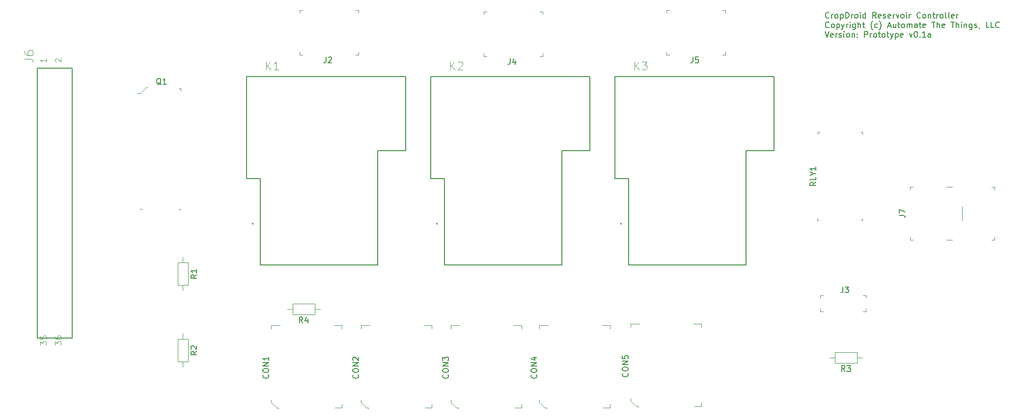
<source format=gbr>
G04 #@! TF.GenerationSoftware,KiCad,Pcbnew,5.1.5-52549c5~84~ubuntu18.04.1*
G04 #@! TF.CreationDate,2020-02-03T02:30:07-05:00*
G04 #@! TF.ProjectId,cropdroid-reservoir,63726f70-6472-46f6-9964-2d7265736572,v1*
G04 #@! TF.SameCoordinates,Original*
G04 #@! TF.FileFunction,Legend,Top*
G04 #@! TF.FilePolarity,Positive*
%FSLAX46Y46*%
G04 Gerber Fmt 4.6, Leading zero omitted, Abs format (unit mm)*
G04 Created by KiCad (PCBNEW 5.1.5-52549c5~84~ubuntu18.04.1) date 2020-02-03 02:30:07*
%MOMM*%
%LPD*%
G04 APERTURE LIST*
%ADD10C,0.150000*%
%ADD11C,0.100000*%
%ADD12C,0.200000*%
%ADD13C,0.152400*%
%ADD14C,0.120000*%
%ADD15C,0.015000*%
G04 APERTURE END LIST*
D10*
X201567023Y-64493142D02*
X201519404Y-64540761D01*
X201376547Y-64588380D01*
X201281309Y-64588380D01*
X201138452Y-64540761D01*
X201043214Y-64445523D01*
X200995595Y-64350285D01*
X200947976Y-64159809D01*
X200947976Y-64016952D01*
X200995595Y-63826476D01*
X201043214Y-63731238D01*
X201138452Y-63636000D01*
X201281309Y-63588380D01*
X201376547Y-63588380D01*
X201519404Y-63636000D01*
X201567023Y-63683619D01*
X201995595Y-64588380D02*
X201995595Y-63921714D01*
X201995595Y-64112190D02*
X202043214Y-64016952D01*
X202090833Y-63969333D01*
X202186071Y-63921714D01*
X202281309Y-63921714D01*
X202757500Y-64588380D02*
X202662261Y-64540761D01*
X202614642Y-64493142D01*
X202567023Y-64397904D01*
X202567023Y-64112190D01*
X202614642Y-64016952D01*
X202662261Y-63969333D01*
X202757500Y-63921714D01*
X202900357Y-63921714D01*
X202995595Y-63969333D01*
X203043214Y-64016952D01*
X203090833Y-64112190D01*
X203090833Y-64397904D01*
X203043214Y-64493142D01*
X202995595Y-64540761D01*
X202900357Y-64588380D01*
X202757500Y-64588380D01*
X203519404Y-63921714D02*
X203519404Y-64921714D01*
X203519404Y-63969333D02*
X203614642Y-63921714D01*
X203805119Y-63921714D01*
X203900357Y-63969333D01*
X203947976Y-64016952D01*
X203995595Y-64112190D01*
X203995595Y-64397904D01*
X203947976Y-64493142D01*
X203900357Y-64540761D01*
X203805119Y-64588380D01*
X203614642Y-64588380D01*
X203519404Y-64540761D01*
X204424166Y-64588380D02*
X204424166Y-63588380D01*
X204662261Y-63588380D01*
X204805119Y-63636000D01*
X204900357Y-63731238D01*
X204947976Y-63826476D01*
X204995595Y-64016952D01*
X204995595Y-64159809D01*
X204947976Y-64350285D01*
X204900357Y-64445523D01*
X204805119Y-64540761D01*
X204662261Y-64588380D01*
X204424166Y-64588380D01*
X205424166Y-64588380D02*
X205424166Y-63921714D01*
X205424166Y-64112190D02*
X205471785Y-64016952D01*
X205519404Y-63969333D01*
X205614642Y-63921714D01*
X205709880Y-63921714D01*
X206186071Y-64588380D02*
X206090833Y-64540761D01*
X206043214Y-64493142D01*
X205995595Y-64397904D01*
X205995595Y-64112190D01*
X206043214Y-64016952D01*
X206090833Y-63969333D01*
X206186071Y-63921714D01*
X206328928Y-63921714D01*
X206424166Y-63969333D01*
X206471785Y-64016952D01*
X206519404Y-64112190D01*
X206519404Y-64397904D01*
X206471785Y-64493142D01*
X206424166Y-64540761D01*
X206328928Y-64588380D01*
X206186071Y-64588380D01*
X206947976Y-64588380D02*
X206947976Y-63921714D01*
X206947976Y-63588380D02*
X206900357Y-63636000D01*
X206947976Y-63683619D01*
X206995595Y-63636000D01*
X206947976Y-63588380D01*
X206947976Y-63683619D01*
X207852738Y-64588380D02*
X207852738Y-63588380D01*
X207852738Y-64540761D02*
X207757500Y-64588380D01*
X207567023Y-64588380D01*
X207471785Y-64540761D01*
X207424166Y-64493142D01*
X207376547Y-64397904D01*
X207376547Y-64112190D01*
X207424166Y-64016952D01*
X207471785Y-63969333D01*
X207567023Y-63921714D01*
X207757500Y-63921714D01*
X207852738Y-63969333D01*
X209662261Y-64588380D02*
X209328928Y-64112190D01*
X209090833Y-64588380D02*
X209090833Y-63588380D01*
X209471785Y-63588380D01*
X209567023Y-63636000D01*
X209614642Y-63683619D01*
X209662261Y-63778857D01*
X209662261Y-63921714D01*
X209614642Y-64016952D01*
X209567023Y-64064571D01*
X209471785Y-64112190D01*
X209090833Y-64112190D01*
X210471785Y-64540761D02*
X210376547Y-64588380D01*
X210186071Y-64588380D01*
X210090833Y-64540761D01*
X210043214Y-64445523D01*
X210043214Y-64064571D01*
X210090833Y-63969333D01*
X210186071Y-63921714D01*
X210376547Y-63921714D01*
X210471785Y-63969333D01*
X210519404Y-64064571D01*
X210519404Y-64159809D01*
X210043214Y-64255047D01*
X210900357Y-64540761D02*
X210995595Y-64588380D01*
X211186071Y-64588380D01*
X211281309Y-64540761D01*
X211328928Y-64445523D01*
X211328928Y-64397904D01*
X211281309Y-64302666D01*
X211186071Y-64255047D01*
X211043214Y-64255047D01*
X210947976Y-64207428D01*
X210900357Y-64112190D01*
X210900357Y-64064571D01*
X210947976Y-63969333D01*
X211043214Y-63921714D01*
X211186071Y-63921714D01*
X211281309Y-63969333D01*
X212138452Y-64540761D02*
X212043214Y-64588380D01*
X211852738Y-64588380D01*
X211757500Y-64540761D01*
X211709880Y-64445523D01*
X211709880Y-64064571D01*
X211757500Y-63969333D01*
X211852738Y-63921714D01*
X212043214Y-63921714D01*
X212138452Y-63969333D01*
X212186071Y-64064571D01*
X212186071Y-64159809D01*
X211709880Y-64255047D01*
X212614642Y-64588380D02*
X212614642Y-63921714D01*
X212614642Y-64112190D02*
X212662261Y-64016952D01*
X212709880Y-63969333D01*
X212805119Y-63921714D01*
X212900357Y-63921714D01*
X213138452Y-63921714D02*
X213376547Y-64588380D01*
X213614642Y-63921714D01*
X214138452Y-64588380D02*
X214043214Y-64540761D01*
X213995595Y-64493142D01*
X213947976Y-64397904D01*
X213947976Y-64112190D01*
X213995595Y-64016952D01*
X214043214Y-63969333D01*
X214138452Y-63921714D01*
X214281309Y-63921714D01*
X214376547Y-63969333D01*
X214424166Y-64016952D01*
X214471785Y-64112190D01*
X214471785Y-64397904D01*
X214424166Y-64493142D01*
X214376547Y-64540761D01*
X214281309Y-64588380D01*
X214138452Y-64588380D01*
X214900357Y-64588380D02*
X214900357Y-63921714D01*
X214900357Y-63588380D02*
X214852738Y-63636000D01*
X214900357Y-63683619D01*
X214947976Y-63636000D01*
X214900357Y-63588380D01*
X214900357Y-63683619D01*
X215376547Y-64588380D02*
X215376547Y-63921714D01*
X215376547Y-64112190D02*
X215424166Y-64016952D01*
X215471785Y-63969333D01*
X215567023Y-63921714D01*
X215662261Y-63921714D01*
X217328928Y-64493142D02*
X217281309Y-64540761D01*
X217138452Y-64588380D01*
X217043214Y-64588380D01*
X216900357Y-64540761D01*
X216805119Y-64445523D01*
X216757500Y-64350285D01*
X216709880Y-64159809D01*
X216709880Y-64016952D01*
X216757500Y-63826476D01*
X216805119Y-63731238D01*
X216900357Y-63636000D01*
X217043214Y-63588380D01*
X217138452Y-63588380D01*
X217281309Y-63636000D01*
X217328928Y-63683619D01*
X217900357Y-64588380D02*
X217805119Y-64540761D01*
X217757500Y-64493142D01*
X217709880Y-64397904D01*
X217709880Y-64112190D01*
X217757500Y-64016952D01*
X217805119Y-63969333D01*
X217900357Y-63921714D01*
X218043214Y-63921714D01*
X218138452Y-63969333D01*
X218186071Y-64016952D01*
X218233690Y-64112190D01*
X218233690Y-64397904D01*
X218186071Y-64493142D01*
X218138452Y-64540761D01*
X218043214Y-64588380D01*
X217900357Y-64588380D01*
X218662261Y-63921714D02*
X218662261Y-64588380D01*
X218662261Y-64016952D02*
X218709880Y-63969333D01*
X218805119Y-63921714D01*
X218947976Y-63921714D01*
X219043214Y-63969333D01*
X219090833Y-64064571D01*
X219090833Y-64588380D01*
X219424166Y-63921714D02*
X219805119Y-63921714D01*
X219567023Y-63588380D02*
X219567023Y-64445523D01*
X219614642Y-64540761D01*
X219709880Y-64588380D01*
X219805119Y-64588380D01*
X220138452Y-64588380D02*
X220138452Y-63921714D01*
X220138452Y-64112190D02*
X220186071Y-64016952D01*
X220233690Y-63969333D01*
X220328928Y-63921714D01*
X220424166Y-63921714D01*
X220900357Y-64588380D02*
X220805119Y-64540761D01*
X220757500Y-64493142D01*
X220709880Y-64397904D01*
X220709880Y-64112190D01*
X220757500Y-64016952D01*
X220805119Y-63969333D01*
X220900357Y-63921714D01*
X221043214Y-63921714D01*
X221138452Y-63969333D01*
X221186071Y-64016952D01*
X221233690Y-64112190D01*
X221233690Y-64397904D01*
X221186071Y-64493142D01*
X221138452Y-64540761D01*
X221043214Y-64588380D01*
X220900357Y-64588380D01*
X221805119Y-64588380D02*
X221709880Y-64540761D01*
X221662261Y-64445523D01*
X221662261Y-63588380D01*
X222328928Y-64588380D02*
X222233690Y-64540761D01*
X222186071Y-64445523D01*
X222186071Y-63588380D01*
X223090833Y-64540761D02*
X222995595Y-64588380D01*
X222805119Y-64588380D01*
X222709880Y-64540761D01*
X222662261Y-64445523D01*
X222662261Y-64064571D01*
X222709880Y-63969333D01*
X222805119Y-63921714D01*
X222995595Y-63921714D01*
X223090833Y-63969333D01*
X223138452Y-64064571D01*
X223138452Y-64159809D01*
X222662261Y-64255047D01*
X223567023Y-64588380D02*
X223567023Y-63921714D01*
X223567023Y-64112190D02*
X223614642Y-64016952D01*
X223662261Y-63969333D01*
X223757500Y-63921714D01*
X223852738Y-63921714D01*
X201567023Y-66143142D02*
X201519404Y-66190761D01*
X201376547Y-66238380D01*
X201281309Y-66238380D01*
X201138452Y-66190761D01*
X201043214Y-66095523D01*
X200995595Y-66000285D01*
X200947976Y-65809809D01*
X200947976Y-65666952D01*
X200995595Y-65476476D01*
X201043214Y-65381238D01*
X201138452Y-65286000D01*
X201281309Y-65238380D01*
X201376547Y-65238380D01*
X201519404Y-65286000D01*
X201567023Y-65333619D01*
X202138452Y-66238380D02*
X202043214Y-66190761D01*
X201995595Y-66143142D01*
X201947976Y-66047904D01*
X201947976Y-65762190D01*
X201995595Y-65666952D01*
X202043214Y-65619333D01*
X202138452Y-65571714D01*
X202281309Y-65571714D01*
X202376547Y-65619333D01*
X202424166Y-65666952D01*
X202471785Y-65762190D01*
X202471785Y-66047904D01*
X202424166Y-66143142D01*
X202376547Y-66190761D01*
X202281309Y-66238380D01*
X202138452Y-66238380D01*
X202900357Y-65571714D02*
X202900357Y-66571714D01*
X202900357Y-65619333D02*
X202995595Y-65571714D01*
X203186071Y-65571714D01*
X203281309Y-65619333D01*
X203328928Y-65666952D01*
X203376547Y-65762190D01*
X203376547Y-66047904D01*
X203328928Y-66143142D01*
X203281309Y-66190761D01*
X203186071Y-66238380D01*
X202995595Y-66238380D01*
X202900357Y-66190761D01*
X203709880Y-65571714D02*
X203947976Y-66238380D01*
X204186071Y-65571714D02*
X203947976Y-66238380D01*
X203852738Y-66476476D01*
X203805119Y-66524095D01*
X203709880Y-66571714D01*
X204567023Y-66238380D02*
X204567023Y-65571714D01*
X204567023Y-65762190D02*
X204614642Y-65666952D01*
X204662261Y-65619333D01*
X204757500Y-65571714D01*
X204852738Y-65571714D01*
X205186071Y-66238380D02*
X205186071Y-65571714D01*
X205186071Y-65238380D02*
X205138452Y-65286000D01*
X205186071Y-65333619D01*
X205233690Y-65286000D01*
X205186071Y-65238380D01*
X205186071Y-65333619D01*
X206090833Y-65571714D02*
X206090833Y-66381238D01*
X206043214Y-66476476D01*
X205995595Y-66524095D01*
X205900357Y-66571714D01*
X205757500Y-66571714D01*
X205662261Y-66524095D01*
X206090833Y-66190761D02*
X205995595Y-66238380D01*
X205805119Y-66238380D01*
X205709880Y-66190761D01*
X205662261Y-66143142D01*
X205614642Y-66047904D01*
X205614642Y-65762190D01*
X205662261Y-65666952D01*
X205709880Y-65619333D01*
X205805119Y-65571714D01*
X205995595Y-65571714D01*
X206090833Y-65619333D01*
X206567023Y-66238380D02*
X206567023Y-65238380D01*
X206995595Y-66238380D02*
X206995595Y-65714571D01*
X206947976Y-65619333D01*
X206852738Y-65571714D01*
X206709880Y-65571714D01*
X206614642Y-65619333D01*
X206567023Y-65666952D01*
X207328928Y-65571714D02*
X207709880Y-65571714D01*
X207471785Y-65238380D02*
X207471785Y-66095523D01*
X207519404Y-66190761D01*
X207614642Y-66238380D01*
X207709880Y-66238380D01*
X209090833Y-66619333D02*
X209043214Y-66571714D01*
X208947976Y-66428857D01*
X208900357Y-66333619D01*
X208852738Y-66190761D01*
X208805119Y-65952666D01*
X208805119Y-65762190D01*
X208852738Y-65524095D01*
X208900357Y-65381238D01*
X208947976Y-65286000D01*
X209043214Y-65143142D01*
X209090833Y-65095523D01*
X209900357Y-66190761D02*
X209805119Y-66238380D01*
X209614642Y-66238380D01*
X209519404Y-66190761D01*
X209471785Y-66143142D01*
X209424166Y-66047904D01*
X209424166Y-65762190D01*
X209471785Y-65666952D01*
X209519404Y-65619333D01*
X209614642Y-65571714D01*
X209805119Y-65571714D01*
X209900357Y-65619333D01*
X210233690Y-66619333D02*
X210281309Y-66571714D01*
X210376547Y-66428857D01*
X210424166Y-66333619D01*
X210471785Y-66190761D01*
X210519404Y-65952666D01*
X210519404Y-65762190D01*
X210471785Y-65524095D01*
X210424166Y-65381238D01*
X210376547Y-65286000D01*
X210281309Y-65143142D01*
X210233690Y-65095523D01*
X211709880Y-65952666D02*
X212186071Y-65952666D01*
X211614642Y-66238380D02*
X211947976Y-65238380D01*
X212281309Y-66238380D01*
X213043214Y-65571714D02*
X213043214Y-66238380D01*
X212614642Y-65571714D02*
X212614642Y-66095523D01*
X212662261Y-66190761D01*
X212757500Y-66238380D01*
X212900357Y-66238380D01*
X212995595Y-66190761D01*
X213043214Y-66143142D01*
X213376547Y-65571714D02*
X213757500Y-65571714D01*
X213519404Y-65238380D02*
X213519404Y-66095523D01*
X213567023Y-66190761D01*
X213662261Y-66238380D01*
X213757500Y-66238380D01*
X214233690Y-66238380D02*
X214138452Y-66190761D01*
X214090833Y-66143142D01*
X214043214Y-66047904D01*
X214043214Y-65762190D01*
X214090833Y-65666952D01*
X214138452Y-65619333D01*
X214233690Y-65571714D01*
X214376547Y-65571714D01*
X214471785Y-65619333D01*
X214519404Y-65666952D01*
X214567023Y-65762190D01*
X214567023Y-66047904D01*
X214519404Y-66143142D01*
X214471785Y-66190761D01*
X214376547Y-66238380D01*
X214233690Y-66238380D01*
X214995595Y-66238380D02*
X214995595Y-65571714D01*
X214995595Y-65666952D02*
X215043214Y-65619333D01*
X215138452Y-65571714D01*
X215281309Y-65571714D01*
X215376547Y-65619333D01*
X215424166Y-65714571D01*
X215424166Y-66238380D01*
X215424166Y-65714571D02*
X215471785Y-65619333D01*
X215567023Y-65571714D01*
X215709880Y-65571714D01*
X215805119Y-65619333D01*
X215852738Y-65714571D01*
X215852738Y-66238380D01*
X216757500Y-66238380D02*
X216757500Y-65714571D01*
X216709880Y-65619333D01*
X216614642Y-65571714D01*
X216424166Y-65571714D01*
X216328928Y-65619333D01*
X216757500Y-66190761D02*
X216662261Y-66238380D01*
X216424166Y-66238380D01*
X216328928Y-66190761D01*
X216281309Y-66095523D01*
X216281309Y-66000285D01*
X216328928Y-65905047D01*
X216424166Y-65857428D01*
X216662261Y-65857428D01*
X216757500Y-65809809D01*
X217090833Y-65571714D02*
X217471785Y-65571714D01*
X217233690Y-65238380D02*
X217233690Y-66095523D01*
X217281309Y-66190761D01*
X217376547Y-66238380D01*
X217471785Y-66238380D01*
X218186071Y-66190761D02*
X218090833Y-66238380D01*
X217900357Y-66238380D01*
X217805119Y-66190761D01*
X217757500Y-66095523D01*
X217757500Y-65714571D01*
X217805119Y-65619333D01*
X217900357Y-65571714D01*
X218090833Y-65571714D01*
X218186071Y-65619333D01*
X218233690Y-65714571D01*
X218233690Y-65809809D01*
X217757500Y-65905047D01*
X219281309Y-65238380D02*
X219852738Y-65238380D01*
X219567023Y-66238380D02*
X219567023Y-65238380D01*
X220186071Y-66238380D02*
X220186071Y-65238380D01*
X220614642Y-66238380D02*
X220614642Y-65714571D01*
X220567023Y-65619333D01*
X220471785Y-65571714D01*
X220328928Y-65571714D01*
X220233690Y-65619333D01*
X220186071Y-65666952D01*
X221471785Y-66190761D02*
X221376547Y-66238380D01*
X221186071Y-66238380D01*
X221090833Y-66190761D01*
X221043214Y-66095523D01*
X221043214Y-65714571D01*
X221090833Y-65619333D01*
X221186071Y-65571714D01*
X221376547Y-65571714D01*
X221471785Y-65619333D01*
X221519404Y-65714571D01*
X221519404Y-65809809D01*
X221043214Y-65905047D01*
X222567023Y-65238380D02*
X223138452Y-65238380D01*
X222852738Y-66238380D02*
X222852738Y-65238380D01*
X223471785Y-66238380D02*
X223471785Y-65238380D01*
X223900357Y-66238380D02*
X223900357Y-65714571D01*
X223852738Y-65619333D01*
X223757500Y-65571714D01*
X223614642Y-65571714D01*
X223519404Y-65619333D01*
X223471785Y-65666952D01*
X224376547Y-66238380D02*
X224376547Y-65571714D01*
X224376547Y-65238380D02*
X224328928Y-65286000D01*
X224376547Y-65333619D01*
X224424166Y-65286000D01*
X224376547Y-65238380D01*
X224376547Y-65333619D01*
X224852738Y-65571714D02*
X224852738Y-66238380D01*
X224852738Y-65666952D02*
X224900357Y-65619333D01*
X224995595Y-65571714D01*
X225138452Y-65571714D01*
X225233690Y-65619333D01*
X225281309Y-65714571D01*
X225281309Y-66238380D01*
X226186071Y-65571714D02*
X226186071Y-66381238D01*
X226138452Y-66476476D01*
X226090833Y-66524095D01*
X225995595Y-66571714D01*
X225852738Y-66571714D01*
X225757500Y-66524095D01*
X226186071Y-66190761D02*
X226090833Y-66238380D01*
X225900357Y-66238380D01*
X225805119Y-66190761D01*
X225757500Y-66143142D01*
X225709880Y-66047904D01*
X225709880Y-65762190D01*
X225757500Y-65666952D01*
X225805119Y-65619333D01*
X225900357Y-65571714D01*
X226090833Y-65571714D01*
X226186071Y-65619333D01*
X226614642Y-66190761D02*
X226709880Y-66238380D01*
X226900357Y-66238380D01*
X226995595Y-66190761D01*
X227043214Y-66095523D01*
X227043214Y-66047904D01*
X226995595Y-65952666D01*
X226900357Y-65905047D01*
X226757500Y-65905047D01*
X226662261Y-65857428D01*
X226614642Y-65762190D01*
X226614642Y-65714571D01*
X226662261Y-65619333D01*
X226757500Y-65571714D01*
X226900357Y-65571714D01*
X226995595Y-65619333D01*
X227519404Y-66190761D02*
X227519404Y-66238380D01*
X227471785Y-66333619D01*
X227424166Y-66381238D01*
X229186071Y-66238380D02*
X228709880Y-66238380D01*
X228709880Y-65238380D01*
X229995595Y-66238380D02*
X229519404Y-66238380D01*
X229519404Y-65238380D01*
X230900357Y-66143142D02*
X230852738Y-66190761D01*
X230709880Y-66238380D01*
X230614642Y-66238380D01*
X230471785Y-66190761D01*
X230376547Y-66095523D01*
X230328928Y-66000285D01*
X230281309Y-65809809D01*
X230281309Y-65666952D01*
X230328928Y-65476476D01*
X230376547Y-65381238D01*
X230471785Y-65286000D01*
X230614642Y-65238380D01*
X230709880Y-65238380D01*
X230852738Y-65286000D01*
X230900357Y-65333619D01*
X200852738Y-66888380D02*
X201186071Y-67888380D01*
X201519404Y-66888380D01*
X202233690Y-67840761D02*
X202138452Y-67888380D01*
X201947976Y-67888380D01*
X201852738Y-67840761D01*
X201805119Y-67745523D01*
X201805119Y-67364571D01*
X201852738Y-67269333D01*
X201947976Y-67221714D01*
X202138452Y-67221714D01*
X202233690Y-67269333D01*
X202281309Y-67364571D01*
X202281309Y-67459809D01*
X201805119Y-67555047D01*
X202709880Y-67888380D02*
X202709880Y-67221714D01*
X202709880Y-67412190D02*
X202757500Y-67316952D01*
X202805119Y-67269333D01*
X202900357Y-67221714D01*
X202995595Y-67221714D01*
X203281309Y-67840761D02*
X203376547Y-67888380D01*
X203567023Y-67888380D01*
X203662261Y-67840761D01*
X203709880Y-67745523D01*
X203709880Y-67697904D01*
X203662261Y-67602666D01*
X203567023Y-67555047D01*
X203424166Y-67555047D01*
X203328928Y-67507428D01*
X203281309Y-67412190D01*
X203281309Y-67364571D01*
X203328928Y-67269333D01*
X203424166Y-67221714D01*
X203567023Y-67221714D01*
X203662261Y-67269333D01*
X204138452Y-67888380D02*
X204138452Y-67221714D01*
X204138452Y-66888380D02*
X204090833Y-66936000D01*
X204138452Y-66983619D01*
X204186071Y-66936000D01*
X204138452Y-66888380D01*
X204138452Y-66983619D01*
X204757500Y-67888380D02*
X204662261Y-67840761D01*
X204614642Y-67793142D01*
X204567023Y-67697904D01*
X204567023Y-67412190D01*
X204614642Y-67316952D01*
X204662261Y-67269333D01*
X204757500Y-67221714D01*
X204900357Y-67221714D01*
X204995595Y-67269333D01*
X205043214Y-67316952D01*
X205090833Y-67412190D01*
X205090833Y-67697904D01*
X205043214Y-67793142D01*
X204995595Y-67840761D01*
X204900357Y-67888380D01*
X204757500Y-67888380D01*
X205519404Y-67221714D02*
X205519404Y-67888380D01*
X205519404Y-67316952D02*
X205567023Y-67269333D01*
X205662261Y-67221714D01*
X205805119Y-67221714D01*
X205900357Y-67269333D01*
X205947976Y-67364571D01*
X205947976Y-67888380D01*
X206424166Y-67793142D02*
X206471785Y-67840761D01*
X206424166Y-67888380D01*
X206376547Y-67840761D01*
X206424166Y-67793142D01*
X206424166Y-67888380D01*
X206424166Y-67269333D02*
X206471785Y-67316952D01*
X206424166Y-67364571D01*
X206376547Y-67316952D01*
X206424166Y-67269333D01*
X206424166Y-67364571D01*
X207662261Y-67888380D02*
X207662261Y-66888380D01*
X208043214Y-66888380D01*
X208138452Y-66936000D01*
X208186071Y-66983619D01*
X208233690Y-67078857D01*
X208233690Y-67221714D01*
X208186071Y-67316952D01*
X208138452Y-67364571D01*
X208043214Y-67412190D01*
X207662261Y-67412190D01*
X208662261Y-67888380D02*
X208662261Y-67221714D01*
X208662261Y-67412190D02*
X208709880Y-67316952D01*
X208757500Y-67269333D01*
X208852738Y-67221714D01*
X208947976Y-67221714D01*
X209424166Y-67888380D02*
X209328928Y-67840761D01*
X209281309Y-67793142D01*
X209233690Y-67697904D01*
X209233690Y-67412190D01*
X209281309Y-67316952D01*
X209328928Y-67269333D01*
X209424166Y-67221714D01*
X209567023Y-67221714D01*
X209662261Y-67269333D01*
X209709880Y-67316952D01*
X209757500Y-67412190D01*
X209757500Y-67697904D01*
X209709880Y-67793142D01*
X209662261Y-67840761D01*
X209567023Y-67888380D01*
X209424166Y-67888380D01*
X210043214Y-67221714D02*
X210424166Y-67221714D01*
X210186071Y-66888380D02*
X210186071Y-67745523D01*
X210233690Y-67840761D01*
X210328928Y-67888380D01*
X210424166Y-67888380D01*
X210900357Y-67888380D02*
X210805119Y-67840761D01*
X210757500Y-67793142D01*
X210709880Y-67697904D01*
X210709880Y-67412190D01*
X210757500Y-67316952D01*
X210805119Y-67269333D01*
X210900357Y-67221714D01*
X211043214Y-67221714D01*
X211138452Y-67269333D01*
X211186071Y-67316952D01*
X211233690Y-67412190D01*
X211233690Y-67697904D01*
X211186071Y-67793142D01*
X211138452Y-67840761D01*
X211043214Y-67888380D01*
X210900357Y-67888380D01*
X211519404Y-67221714D02*
X211900357Y-67221714D01*
X211662261Y-66888380D02*
X211662261Y-67745523D01*
X211709880Y-67840761D01*
X211805119Y-67888380D01*
X211900357Y-67888380D01*
X212138452Y-67221714D02*
X212376547Y-67888380D01*
X212614642Y-67221714D02*
X212376547Y-67888380D01*
X212281309Y-68126476D01*
X212233690Y-68174095D01*
X212138452Y-68221714D01*
X212995595Y-67221714D02*
X212995595Y-68221714D01*
X212995595Y-67269333D02*
X213090833Y-67221714D01*
X213281309Y-67221714D01*
X213376547Y-67269333D01*
X213424166Y-67316952D01*
X213471785Y-67412190D01*
X213471785Y-67697904D01*
X213424166Y-67793142D01*
X213376547Y-67840761D01*
X213281309Y-67888380D01*
X213090833Y-67888380D01*
X212995595Y-67840761D01*
X214281309Y-67840761D02*
X214186071Y-67888380D01*
X213995595Y-67888380D01*
X213900357Y-67840761D01*
X213852738Y-67745523D01*
X213852738Y-67364571D01*
X213900357Y-67269333D01*
X213995595Y-67221714D01*
X214186071Y-67221714D01*
X214281309Y-67269333D01*
X214328928Y-67364571D01*
X214328928Y-67459809D01*
X213852738Y-67555047D01*
X215424166Y-67221714D02*
X215662261Y-67888380D01*
X215900357Y-67221714D01*
X216471785Y-66888380D02*
X216567023Y-66888380D01*
X216662261Y-66936000D01*
X216709880Y-66983619D01*
X216757500Y-67078857D01*
X216805119Y-67269333D01*
X216805119Y-67507428D01*
X216757500Y-67697904D01*
X216709880Y-67793142D01*
X216662261Y-67840761D01*
X216567023Y-67888380D01*
X216471785Y-67888380D01*
X216376547Y-67840761D01*
X216328928Y-67793142D01*
X216281309Y-67697904D01*
X216233690Y-67507428D01*
X216233690Y-67269333D01*
X216281309Y-67078857D01*
X216328928Y-66983619D01*
X216376547Y-66936000D01*
X216471785Y-66888380D01*
X217233690Y-67793142D02*
X217281309Y-67840761D01*
X217233690Y-67888380D01*
X217186071Y-67840761D01*
X217233690Y-67793142D01*
X217233690Y-67888380D01*
X218233690Y-67888380D02*
X217662261Y-67888380D01*
X217947976Y-67888380D02*
X217947976Y-66888380D01*
X217852738Y-67031238D01*
X217757500Y-67126476D01*
X217662261Y-67174095D01*
X219090833Y-67888380D02*
X219090833Y-67364571D01*
X219043214Y-67269333D01*
X218947976Y-67221714D01*
X218757500Y-67221714D01*
X218662261Y-67269333D01*
X219090833Y-67840761D02*
X218995595Y-67888380D01*
X218757500Y-67888380D01*
X218662261Y-67840761D01*
X218614642Y-67745523D01*
X218614642Y-67650285D01*
X218662261Y-67555047D01*
X218757500Y-67507428D01*
X218995595Y-67507428D01*
X219090833Y-67459809D01*
D11*
X110256000Y-63206000D02*
X110756000Y-63206000D01*
X110256000Y-63206000D02*
X110256000Y-63706000D01*
X120456000Y-63206000D02*
X120456000Y-63706000D01*
X120456000Y-63206000D02*
X119956000Y-63206000D01*
X120456000Y-70906000D02*
X119956000Y-70906000D01*
X120456000Y-70906000D02*
X120456000Y-70456000D01*
X110256000Y-70906000D02*
X110256000Y-70456000D01*
X110256000Y-70906000D02*
X110756000Y-70906000D01*
X117606000Y-131196000D02*
X117606000Y-131796000D01*
X117606000Y-131796000D02*
X116406000Y-131796000D01*
X117606000Y-118196000D02*
X117606000Y-117596000D01*
X117606000Y-117596000D02*
X116206000Y-117596000D01*
X105406000Y-118196000D02*
X105406000Y-117596000D01*
X105406000Y-117596000D02*
X106906000Y-117596000D01*
X105406000Y-130496000D02*
X105406000Y-130896000D01*
X105406000Y-130896000D02*
X106306000Y-131796000D01*
X106306000Y-131796000D02*
X106606000Y-131796000D01*
X106606000Y-131796000D02*
X106606000Y-131996000D01*
X122100000Y-131796000D02*
X122100000Y-131996000D01*
X121800000Y-131796000D02*
X122100000Y-131796000D01*
X120900000Y-130896000D02*
X121800000Y-131796000D01*
X120900000Y-130496000D02*
X120900000Y-130896000D01*
X120900000Y-117596000D02*
X122400000Y-117596000D01*
X120900000Y-118196000D02*
X120900000Y-117596000D01*
X133100000Y-117596000D02*
X131700000Y-117596000D01*
X133100000Y-118196000D02*
X133100000Y-117596000D01*
X133100000Y-131796000D02*
X131900000Y-131796000D01*
X133100000Y-131196000D02*
X133100000Y-131796000D01*
X148594000Y-131196000D02*
X148594000Y-131796000D01*
X148594000Y-131796000D02*
X147394000Y-131796000D01*
X148594000Y-118196000D02*
X148594000Y-117596000D01*
X148594000Y-117596000D02*
X147194000Y-117596000D01*
X136394000Y-118196000D02*
X136394000Y-117596000D01*
X136394000Y-117596000D02*
X137894000Y-117596000D01*
X136394000Y-130496000D02*
X136394000Y-130896000D01*
X136394000Y-130896000D02*
X137294000Y-131796000D01*
X137294000Y-131796000D02*
X137594000Y-131796000D01*
X137594000Y-131796000D02*
X137594000Y-131996000D01*
X163834000Y-131196000D02*
X163834000Y-131796000D01*
X163834000Y-131796000D02*
X162634000Y-131796000D01*
X163834000Y-118196000D02*
X163834000Y-117596000D01*
X163834000Y-117596000D02*
X162434000Y-117596000D01*
X151634000Y-118196000D02*
X151634000Y-117596000D01*
X151634000Y-117596000D02*
X153134000Y-117596000D01*
X151634000Y-130496000D02*
X151634000Y-130896000D01*
X151634000Y-130896000D02*
X152534000Y-131796000D01*
X152534000Y-131796000D02*
X152834000Y-131796000D01*
X152834000Y-131796000D02*
X152834000Y-131996000D01*
X168582000Y-131542000D02*
X168582000Y-131742000D01*
X168282000Y-131542000D02*
X168582000Y-131542000D01*
X167382000Y-130642000D02*
X168282000Y-131542000D01*
X167382000Y-130242000D02*
X167382000Y-130642000D01*
X167382000Y-117342000D02*
X168882000Y-117342000D01*
X167382000Y-117942000D02*
X167382000Y-117342000D01*
X179582000Y-117342000D02*
X178182000Y-117342000D01*
X179582000Y-117942000D02*
X179582000Y-117342000D01*
X179582000Y-131542000D02*
X178382000Y-131542000D01*
X179582000Y-130942000D02*
X179582000Y-131542000D01*
X207922000Y-115192000D02*
X207922000Y-114692000D01*
X207922000Y-115192000D02*
X207422000Y-115192000D01*
X200022000Y-115192000D02*
X200522000Y-115192000D01*
X200022000Y-115192000D02*
X200022000Y-114692000D01*
X200022000Y-112392000D02*
X200022000Y-112892000D01*
X200022000Y-112392000D02*
X200522000Y-112392000D01*
X207922000Y-112392000D02*
X207922000Y-112892000D01*
X207922000Y-112392000D02*
X207422000Y-112392000D01*
X142006000Y-71160000D02*
X142506000Y-71160000D01*
X142006000Y-71160000D02*
X142006000Y-70710000D01*
X152206000Y-71160000D02*
X152206000Y-70710000D01*
X152206000Y-71160000D02*
X151706000Y-71160000D01*
X152206000Y-63460000D02*
X151706000Y-63460000D01*
X152206000Y-63460000D02*
X152206000Y-63960000D01*
X142006000Y-63460000D02*
X142006000Y-63960000D01*
X142006000Y-63460000D02*
X142506000Y-63460000D01*
X173502000Y-63206000D02*
X174002000Y-63206000D01*
X173502000Y-63206000D02*
X173502000Y-63706000D01*
X183702000Y-63206000D02*
X183702000Y-63706000D01*
X183702000Y-63206000D02*
X183202000Y-63206000D01*
X183702000Y-70906000D02*
X183202000Y-70906000D01*
X183702000Y-70906000D02*
X183702000Y-70456000D01*
X173502000Y-70906000D02*
X173502000Y-70456000D01*
X173502000Y-70906000D02*
X174002000Y-70906000D01*
D12*
X71062010Y-73210000D02*
X65081990Y-73210000D01*
X65081990Y-73210000D02*
X65081990Y-119830000D01*
X65081990Y-119830000D02*
X71062010Y-119830000D01*
X71062010Y-119830000D02*
X71062010Y-73210000D01*
D11*
X222814000Y-93698000D02*
X221814000Y-93698000D01*
X222814000Y-102898000D02*
X221814000Y-102898000D01*
X215514000Y-93698000D02*
X216014000Y-93698000D01*
X215514000Y-93698000D02*
X215514000Y-94198000D01*
X215514000Y-102898000D02*
X215514000Y-102398000D01*
X215514000Y-102898000D02*
X216014000Y-102898000D01*
X224514000Y-99498000D02*
X224514000Y-97098000D01*
X230114000Y-102898000D02*
X229614000Y-102898000D01*
X230114000Y-102898000D02*
X230114000Y-102398000D01*
X230114000Y-93698000D02*
X229614000Y-93698000D01*
X230114000Y-93698000D02*
X230114000Y-94198000D01*
D13*
X101140000Y-74676000D02*
X101140000Y-92276000D01*
X101140000Y-92276000D02*
X103500000Y-92276000D01*
X103500000Y-92276000D02*
X103500000Y-107186000D01*
X103500000Y-107186000D02*
X123790000Y-107186000D01*
X123790000Y-107186000D02*
X123790000Y-87476000D01*
X123790000Y-87476000D02*
X128570000Y-87476000D01*
X128570000Y-87476000D02*
X128570000Y-74676000D01*
X128570000Y-74676000D02*
X101140000Y-74676000D01*
D12*
X102320000Y-100076000D02*
G75*
G03X102320000Y-100076000I-100000J0D01*
G01*
X134070000Y-100076000D02*
G75*
G03X134070000Y-100076000I-100000J0D01*
G01*
D13*
X160320000Y-74676000D02*
X132890000Y-74676000D01*
X160320000Y-87476000D02*
X160320000Y-74676000D01*
X155540000Y-87476000D02*
X160320000Y-87476000D01*
X155540000Y-107186000D02*
X155540000Y-87476000D01*
X135250000Y-107186000D02*
X155540000Y-107186000D01*
X135250000Y-92276000D02*
X135250000Y-107186000D01*
X132890000Y-92276000D02*
X135250000Y-92276000D01*
X132890000Y-74676000D02*
X132890000Y-92276000D01*
X164640000Y-74676000D02*
X164640000Y-92276000D01*
X164640000Y-92276000D02*
X167000000Y-92276000D01*
X167000000Y-92276000D02*
X167000000Y-107186000D01*
X167000000Y-107186000D02*
X187290000Y-107186000D01*
X187290000Y-107186000D02*
X187290000Y-87476000D01*
X187290000Y-87476000D02*
X192070000Y-87476000D01*
X192070000Y-87476000D02*
X192070000Y-74676000D01*
X192070000Y-74676000D02*
X164640000Y-74676000D01*
D12*
X165820000Y-100076000D02*
G75*
G03X165820000Y-100076000I-100000J0D01*
G01*
D11*
X82850000Y-97440000D02*
X82850000Y-97640000D01*
X82850000Y-97640000D02*
X83150000Y-97640000D01*
X89450000Y-97640000D02*
X89750000Y-97640000D01*
X89750000Y-97640000D02*
X89750000Y-97440000D01*
X82470000Y-77540000D02*
X82220000Y-77540000D01*
X82850000Y-77540000D02*
X82480000Y-77540000D01*
X84150000Y-76540000D02*
X83850000Y-76540000D01*
X83850000Y-76540000D02*
X82850000Y-77540000D01*
X89830000Y-77130000D02*
X89830000Y-76730000D01*
X89830000Y-76730000D02*
X89430000Y-76730000D01*
D14*
X90170000Y-111582000D02*
X90170000Y-110632000D01*
X90170000Y-105842000D02*
X90170000Y-106792000D01*
X91090000Y-110632000D02*
X91090000Y-106792000D01*
X89250000Y-110632000D02*
X91090000Y-110632000D01*
X89250000Y-106792000D02*
X89250000Y-110632000D01*
X91090000Y-106792000D02*
X89250000Y-106792000D01*
X91090000Y-120000000D02*
X89250000Y-120000000D01*
X89250000Y-120000000D02*
X89250000Y-123840000D01*
X89250000Y-123840000D02*
X91090000Y-123840000D01*
X91090000Y-123840000D02*
X91090000Y-120000000D01*
X90170000Y-119050000D02*
X90170000Y-120000000D01*
X90170000Y-124790000D02*
X90170000Y-123840000D01*
X201600000Y-123190000D02*
X202550000Y-123190000D01*
X207340000Y-123190000D02*
X206390000Y-123190000D01*
X202550000Y-124110000D02*
X206390000Y-124110000D01*
X202550000Y-122270000D02*
X202550000Y-124110000D01*
X206390000Y-122270000D02*
X202550000Y-122270000D01*
X206390000Y-124110000D02*
X206390000Y-122270000D01*
X112918000Y-115728000D02*
X112918000Y-113888000D01*
X112918000Y-113888000D02*
X109078000Y-113888000D01*
X109078000Y-113888000D02*
X109078000Y-115728000D01*
X109078000Y-115728000D02*
X112918000Y-115728000D01*
X113868000Y-114808000D02*
X112918000Y-114808000D01*
X108128000Y-114808000D02*
X109078000Y-114808000D01*
D11*
X199564000Y-99148000D02*
X199564000Y-99473000D01*
X199564000Y-99473000D02*
X199814000Y-99473000D01*
X207314000Y-99148000D02*
X207314000Y-99473000D01*
X207314000Y-99473000D02*
X207039000Y-99473000D01*
X206939000Y-84223000D02*
X207339000Y-84223000D01*
X207339000Y-84223000D02*
X207339000Y-84648000D01*
X199589000Y-84598000D02*
X199589000Y-84223000D01*
X199589000Y-84223000D02*
X199939000Y-84223000D01*
D10*
X114822666Y-71308380D02*
X114822666Y-72022666D01*
X114775047Y-72165523D01*
X114679809Y-72260761D01*
X114536952Y-72308380D01*
X114441714Y-72308380D01*
X115251238Y-71403619D02*
X115298857Y-71356000D01*
X115394095Y-71308380D01*
X115632190Y-71308380D01*
X115727428Y-71356000D01*
X115775047Y-71403619D01*
X115822666Y-71498857D01*
X115822666Y-71594095D01*
X115775047Y-71736952D01*
X115203619Y-72308380D01*
X115822666Y-72308380D01*
X104863142Y-126110285D02*
X104910761Y-126157904D01*
X104958380Y-126300761D01*
X104958380Y-126396000D01*
X104910761Y-126538857D01*
X104815523Y-126634095D01*
X104720285Y-126681714D01*
X104529809Y-126729333D01*
X104386952Y-126729333D01*
X104196476Y-126681714D01*
X104101238Y-126634095D01*
X104006000Y-126538857D01*
X103958380Y-126396000D01*
X103958380Y-126300761D01*
X104006000Y-126157904D01*
X104053619Y-126110285D01*
X103958380Y-125491238D02*
X103958380Y-125300761D01*
X104006000Y-125205523D01*
X104101238Y-125110285D01*
X104291714Y-125062666D01*
X104625047Y-125062666D01*
X104815523Y-125110285D01*
X104910761Y-125205523D01*
X104958380Y-125300761D01*
X104958380Y-125491238D01*
X104910761Y-125586476D01*
X104815523Y-125681714D01*
X104625047Y-125729333D01*
X104291714Y-125729333D01*
X104101238Y-125681714D01*
X104006000Y-125586476D01*
X103958380Y-125491238D01*
X104958380Y-124634095D02*
X103958380Y-124634095D01*
X104958380Y-124062666D01*
X103958380Y-124062666D01*
X104958380Y-123062666D02*
X104958380Y-123634095D01*
X104958380Y-123348380D02*
X103958380Y-123348380D01*
X104101238Y-123443619D01*
X104196476Y-123538857D01*
X104244095Y-123634095D01*
X120357142Y-126110285D02*
X120404761Y-126157904D01*
X120452380Y-126300761D01*
X120452380Y-126396000D01*
X120404761Y-126538857D01*
X120309523Y-126634095D01*
X120214285Y-126681714D01*
X120023809Y-126729333D01*
X119880952Y-126729333D01*
X119690476Y-126681714D01*
X119595238Y-126634095D01*
X119500000Y-126538857D01*
X119452380Y-126396000D01*
X119452380Y-126300761D01*
X119500000Y-126157904D01*
X119547619Y-126110285D01*
X119452380Y-125491238D02*
X119452380Y-125300761D01*
X119500000Y-125205523D01*
X119595238Y-125110285D01*
X119785714Y-125062666D01*
X120119047Y-125062666D01*
X120309523Y-125110285D01*
X120404761Y-125205523D01*
X120452380Y-125300761D01*
X120452380Y-125491238D01*
X120404761Y-125586476D01*
X120309523Y-125681714D01*
X120119047Y-125729333D01*
X119785714Y-125729333D01*
X119595238Y-125681714D01*
X119500000Y-125586476D01*
X119452380Y-125491238D01*
X120452380Y-124634095D02*
X119452380Y-124634095D01*
X120452380Y-124062666D01*
X119452380Y-124062666D01*
X119547619Y-123634095D02*
X119500000Y-123586476D01*
X119452380Y-123491238D01*
X119452380Y-123253142D01*
X119500000Y-123157904D01*
X119547619Y-123110285D01*
X119642857Y-123062666D01*
X119738095Y-123062666D01*
X119880952Y-123110285D01*
X120452380Y-123681714D01*
X120452380Y-123062666D01*
X135851142Y-126110285D02*
X135898761Y-126157904D01*
X135946380Y-126300761D01*
X135946380Y-126396000D01*
X135898761Y-126538857D01*
X135803523Y-126634095D01*
X135708285Y-126681714D01*
X135517809Y-126729333D01*
X135374952Y-126729333D01*
X135184476Y-126681714D01*
X135089238Y-126634095D01*
X134994000Y-126538857D01*
X134946380Y-126396000D01*
X134946380Y-126300761D01*
X134994000Y-126157904D01*
X135041619Y-126110285D01*
X134946380Y-125491238D02*
X134946380Y-125300761D01*
X134994000Y-125205523D01*
X135089238Y-125110285D01*
X135279714Y-125062666D01*
X135613047Y-125062666D01*
X135803523Y-125110285D01*
X135898761Y-125205523D01*
X135946380Y-125300761D01*
X135946380Y-125491238D01*
X135898761Y-125586476D01*
X135803523Y-125681714D01*
X135613047Y-125729333D01*
X135279714Y-125729333D01*
X135089238Y-125681714D01*
X134994000Y-125586476D01*
X134946380Y-125491238D01*
X135946380Y-124634095D02*
X134946380Y-124634095D01*
X135946380Y-124062666D01*
X134946380Y-124062666D01*
X134946380Y-123681714D02*
X134946380Y-123062666D01*
X135327333Y-123396000D01*
X135327333Y-123253142D01*
X135374952Y-123157904D01*
X135422571Y-123110285D01*
X135517809Y-123062666D01*
X135755904Y-123062666D01*
X135851142Y-123110285D01*
X135898761Y-123157904D01*
X135946380Y-123253142D01*
X135946380Y-123538857D01*
X135898761Y-123634095D01*
X135851142Y-123681714D01*
X151091142Y-126110285D02*
X151138761Y-126157904D01*
X151186380Y-126300761D01*
X151186380Y-126396000D01*
X151138761Y-126538857D01*
X151043523Y-126634095D01*
X150948285Y-126681714D01*
X150757809Y-126729333D01*
X150614952Y-126729333D01*
X150424476Y-126681714D01*
X150329238Y-126634095D01*
X150234000Y-126538857D01*
X150186380Y-126396000D01*
X150186380Y-126300761D01*
X150234000Y-126157904D01*
X150281619Y-126110285D01*
X150186380Y-125491238D02*
X150186380Y-125300761D01*
X150234000Y-125205523D01*
X150329238Y-125110285D01*
X150519714Y-125062666D01*
X150853047Y-125062666D01*
X151043523Y-125110285D01*
X151138761Y-125205523D01*
X151186380Y-125300761D01*
X151186380Y-125491238D01*
X151138761Y-125586476D01*
X151043523Y-125681714D01*
X150853047Y-125729333D01*
X150519714Y-125729333D01*
X150329238Y-125681714D01*
X150234000Y-125586476D01*
X150186380Y-125491238D01*
X151186380Y-124634095D02*
X150186380Y-124634095D01*
X151186380Y-124062666D01*
X150186380Y-124062666D01*
X150519714Y-123157904D02*
X151186380Y-123157904D01*
X150138761Y-123396000D02*
X150853047Y-123634095D01*
X150853047Y-123015047D01*
X166839142Y-125856285D02*
X166886761Y-125903904D01*
X166934380Y-126046761D01*
X166934380Y-126142000D01*
X166886761Y-126284857D01*
X166791523Y-126380095D01*
X166696285Y-126427714D01*
X166505809Y-126475333D01*
X166362952Y-126475333D01*
X166172476Y-126427714D01*
X166077238Y-126380095D01*
X165982000Y-126284857D01*
X165934380Y-126142000D01*
X165934380Y-126046761D01*
X165982000Y-125903904D01*
X166029619Y-125856285D01*
X165934380Y-125237238D02*
X165934380Y-125046761D01*
X165982000Y-124951523D01*
X166077238Y-124856285D01*
X166267714Y-124808666D01*
X166601047Y-124808666D01*
X166791523Y-124856285D01*
X166886761Y-124951523D01*
X166934380Y-125046761D01*
X166934380Y-125237238D01*
X166886761Y-125332476D01*
X166791523Y-125427714D01*
X166601047Y-125475333D01*
X166267714Y-125475333D01*
X166077238Y-125427714D01*
X165982000Y-125332476D01*
X165934380Y-125237238D01*
X166934380Y-124380095D02*
X165934380Y-124380095D01*
X166934380Y-123808666D01*
X165934380Y-123808666D01*
X165934380Y-122856285D02*
X165934380Y-123332476D01*
X166410571Y-123380095D01*
X166362952Y-123332476D01*
X166315333Y-123237238D01*
X166315333Y-122999142D01*
X166362952Y-122903904D01*
X166410571Y-122856285D01*
X166505809Y-122808666D01*
X166743904Y-122808666D01*
X166839142Y-122856285D01*
X166886761Y-122903904D01*
X166934380Y-122999142D01*
X166934380Y-123237238D01*
X166886761Y-123332476D01*
X166839142Y-123380095D01*
X203938666Y-110964380D02*
X203938666Y-111678666D01*
X203891047Y-111821523D01*
X203795809Y-111916761D01*
X203652952Y-111964380D01*
X203557714Y-111964380D01*
X204319619Y-110964380D02*
X204938666Y-110964380D01*
X204605333Y-111345333D01*
X204748190Y-111345333D01*
X204843428Y-111392952D01*
X204891047Y-111440571D01*
X204938666Y-111535809D01*
X204938666Y-111773904D01*
X204891047Y-111869142D01*
X204843428Y-111916761D01*
X204748190Y-111964380D01*
X204462476Y-111964380D01*
X204367238Y-111916761D01*
X204319619Y-111869142D01*
X146572666Y-71562380D02*
X146572666Y-72276666D01*
X146525047Y-72419523D01*
X146429809Y-72514761D01*
X146286952Y-72562380D01*
X146191714Y-72562380D01*
X147477428Y-71895714D02*
X147477428Y-72562380D01*
X147239333Y-71514761D02*
X147001238Y-72229047D01*
X147620285Y-72229047D01*
X178068666Y-71308380D02*
X178068666Y-72022666D01*
X178021047Y-72165523D01*
X177925809Y-72260761D01*
X177782952Y-72308380D01*
X177687714Y-72308380D01*
X179021047Y-71308380D02*
X178544857Y-71308380D01*
X178497238Y-71784571D01*
X178544857Y-71736952D01*
X178640095Y-71689333D01*
X178878190Y-71689333D01*
X178973428Y-71736952D01*
X179021047Y-71784571D01*
X179068666Y-71879809D01*
X179068666Y-72117904D01*
X179021047Y-72213142D01*
X178973428Y-72260761D01*
X178878190Y-72308380D01*
X178640095Y-72308380D01*
X178544857Y-72260761D01*
X178497238Y-72213142D01*
D15*
X62851061Y-71641500D02*
X63922490Y-71641500D01*
X64136775Y-71712928D01*
X64279632Y-71855785D01*
X64351061Y-72070071D01*
X64351061Y-72212928D01*
X62851061Y-70284357D02*
X62851061Y-70570071D01*
X62922490Y-70712928D01*
X62993918Y-70784357D01*
X63208204Y-70927214D01*
X63493918Y-70998642D01*
X64065347Y-70998642D01*
X64208204Y-70927214D01*
X64279632Y-70855785D01*
X64351061Y-70712928D01*
X64351061Y-70427214D01*
X64279632Y-70284357D01*
X64208204Y-70212928D01*
X64065347Y-70141500D01*
X63708204Y-70141500D01*
X63565347Y-70212928D01*
X63493918Y-70284357D01*
X63422490Y-70427214D01*
X63422490Y-70712928D01*
X63493918Y-70855785D01*
X63565347Y-70927214D01*
X63708204Y-70998642D01*
X66619380Y-71554285D02*
X66619380Y-72125714D01*
X66619380Y-71840000D02*
X65619380Y-71840000D01*
X65762238Y-71935238D01*
X65857476Y-72030476D01*
X65905095Y-72125714D01*
X68254619Y-72125714D02*
X68207000Y-72078095D01*
X68159380Y-71982857D01*
X68159380Y-71744761D01*
X68207000Y-71649523D01*
X68254619Y-71601904D01*
X68349857Y-71554285D01*
X68445095Y-71554285D01*
X68587952Y-71601904D01*
X69159380Y-72173333D01*
X69159380Y-71554285D01*
X65619380Y-120980523D02*
X65619380Y-120361476D01*
X66000333Y-120694809D01*
X66000333Y-120551952D01*
X66047952Y-120456714D01*
X66095571Y-120409095D01*
X66190809Y-120361476D01*
X66428904Y-120361476D01*
X66524142Y-120409095D01*
X66571761Y-120456714D01*
X66619380Y-120551952D01*
X66619380Y-120837666D01*
X66571761Y-120932904D01*
X66524142Y-120980523D01*
X65619380Y-119456714D02*
X65619380Y-119932904D01*
X66095571Y-119980523D01*
X66047952Y-119932904D01*
X66000333Y-119837666D01*
X66000333Y-119599571D01*
X66047952Y-119504333D01*
X66095571Y-119456714D01*
X66190809Y-119409095D01*
X66428904Y-119409095D01*
X66524142Y-119456714D01*
X66571761Y-119504333D01*
X66619380Y-119599571D01*
X66619380Y-119837666D01*
X66571761Y-119932904D01*
X66524142Y-119980523D01*
X68159380Y-120980523D02*
X68159380Y-120361476D01*
X68540333Y-120694809D01*
X68540333Y-120551952D01*
X68587952Y-120456714D01*
X68635571Y-120409095D01*
X68730809Y-120361476D01*
X68968904Y-120361476D01*
X69064142Y-120409095D01*
X69111761Y-120456714D01*
X69159380Y-120551952D01*
X69159380Y-120837666D01*
X69111761Y-120932904D01*
X69064142Y-120980523D01*
X68159380Y-119504333D02*
X68159380Y-119694809D01*
X68207000Y-119790047D01*
X68254619Y-119837666D01*
X68397476Y-119932904D01*
X68587952Y-119980523D01*
X68968904Y-119980523D01*
X69064142Y-119932904D01*
X69111761Y-119885285D01*
X69159380Y-119790047D01*
X69159380Y-119599571D01*
X69111761Y-119504333D01*
X69064142Y-119456714D01*
X68968904Y-119409095D01*
X68730809Y-119409095D01*
X68635571Y-119456714D01*
X68587952Y-119504333D01*
X68540333Y-119599571D01*
X68540333Y-119790047D01*
X68587952Y-119885285D01*
X68635571Y-119932904D01*
X68730809Y-119980523D01*
D10*
X213666380Y-98631333D02*
X214380666Y-98631333D01*
X214523523Y-98678952D01*
X214618761Y-98774190D01*
X214666380Y-98917047D01*
X214666380Y-99012285D01*
X213666380Y-98250380D02*
X213666380Y-97583714D01*
X214666380Y-98012285D01*
D15*
X104524971Y-73487257D02*
X104524971Y-72091769D01*
X105322393Y-73487257D02*
X104724327Y-72689835D01*
X105322393Y-72091769D02*
X104524971Y-72889190D01*
X106651429Y-73487257D02*
X105854008Y-73487257D01*
X106252719Y-73487257D02*
X106252719Y-72091769D01*
X106119815Y-72291124D01*
X105986911Y-72424028D01*
X105854008Y-72490480D01*
X136274971Y-73487257D02*
X136274971Y-72091769D01*
X137072393Y-73487257D02*
X136474327Y-72689835D01*
X137072393Y-72091769D02*
X136274971Y-72889190D01*
X137604008Y-72224672D02*
X137670459Y-72158221D01*
X137803363Y-72091769D01*
X138135622Y-72091769D01*
X138268526Y-72158221D01*
X138334978Y-72224672D01*
X138401429Y-72357576D01*
X138401429Y-72490480D01*
X138334978Y-72689835D01*
X137537556Y-73487257D01*
X138401429Y-73487257D01*
X168024971Y-73487257D02*
X168024971Y-72091769D01*
X168822393Y-73487257D02*
X168224327Y-72689835D01*
X168822393Y-72091769D02*
X168024971Y-72889190D01*
X169287556Y-72091769D02*
X170151429Y-72091769D01*
X169686267Y-72623383D01*
X169885622Y-72623383D01*
X170018526Y-72689835D01*
X170084978Y-72756287D01*
X170151429Y-72889190D01*
X170151429Y-73221449D01*
X170084978Y-73354353D01*
X170018526Y-73420805D01*
X169885622Y-73487257D01*
X169486911Y-73487257D01*
X169354008Y-73420805D01*
X169287556Y-73354353D01*
D10*
X86394761Y-76087619D02*
X86299523Y-76040000D01*
X86204285Y-75944761D01*
X86061428Y-75801904D01*
X85966190Y-75754285D01*
X85870952Y-75754285D01*
X85918571Y-75992380D02*
X85823333Y-75944761D01*
X85728095Y-75849523D01*
X85680476Y-75659047D01*
X85680476Y-75325714D01*
X85728095Y-75135238D01*
X85823333Y-75040000D01*
X85918571Y-74992380D01*
X86109047Y-74992380D01*
X86204285Y-75040000D01*
X86299523Y-75135238D01*
X86347142Y-75325714D01*
X86347142Y-75659047D01*
X86299523Y-75849523D01*
X86204285Y-75944761D01*
X86109047Y-75992380D01*
X85918571Y-75992380D01*
X87299523Y-75992380D02*
X86728095Y-75992380D01*
X87013809Y-75992380D02*
X87013809Y-74992380D01*
X86918571Y-75135238D01*
X86823333Y-75230476D01*
X86728095Y-75278095D01*
X92542380Y-108878666D02*
X92066190Y-109212000D01*
X92542380Y-109450095D02*
X91542380Y-109450095D01*
X91542380Y-109069142D01*
X91590000Y-108973904D01*
X91637619Y-108926285D01*
X91732857Y-108878666D01*
X91875714Y-108878666D01*
X91970952Y-108926285D01*
X92018571Y-108973904D01*
X92066190Y-109069142D01*
X92066190Y-109450095D01*
X92542380Y-107926285D02*
X92542380Y-108497714D01*
X92542380Y-108212000D02*
X91542380Y-108212000D01*
X91685238Y-108307238D01*
X91780476Y-108402476D01*
X91828095Y-108497714D01*
X92542380Y-122086666D02*
X92066190Y-122420000D01*
X92542380Y-122658095D02*
X91542380Y-122658095D01*
X91542380Y-122277142D01*
X91590000Y-122181904D01*
X91637619Y-122134285D01*
X91732857Y-122086666D01*
X91875714Y-122086666D01*
X91970952Y-122134285D01*
X92018571Y-122181904D01*
X92066190Y-122277142D01*
X92066190Y-122658095D01*
X91637619Y-121705714D02*
X91590000Y-121658095D01*
X91542380Y-121562857D01*
X91542380Y-121324761D01*
X91590000Y-121229523D01*
X91637619Y-121181904D01*
X91732857Y-121134285D01*
X91828095Y-121134285D01*
X91970952Y-121181904D01*
X92542380Y-121753333D01*
X92542380Y-121134285D01*
X204303333Y-125562380D02*
X203970000Y-125086190D01*
X203731904Y-125562380D02*
X203731904Y-124562380D01*
X204112857Y-124562380D01*
X204208095Y-124610000D01*
X204255714Y-124657619D01*
X204303333Y-124752857D01*
X204303333Y-124895714D01*
X204255714Y-124990952D01*
X204208095Y-125038571D01*
X204112857Y-125086190D01*
X203731904Y-125086190D01*
X204636666Y-124562380D02*
X205255714Y-124562380D01*
X204922380Y-124943333D01*
X205065238Y-124943333D01*
X205160476Y-124990952D01*
X205208095Y-125038571D01*
X205255714Y-125133809D01*
X205255714Y-125371904D01*
X205208095Y-125467142D01*
X205160476Y-125514761D01*
X205065238Y-125562380D01*
X204779523Y-125562380D01*
X204684285Y-125514761D01*
X204636666Y-125467142D01*
X110831333Y-117180380D02*
X110498000Y-116704190D01*
X110259904Y-117180380D02*
X110259904Y-116180380D01*
X110640857Y-116180380D01*
X110736095Y-116228000D01*
X110783714Y-116275619D01*
X110831333Y-116370857D01*
X110831333Y-116513714D01*
X110783714Y-116608952D01*
X110736095Y-116656571D01*
X110640857Y-116704190D01*
X110259904Y-116704190D01*
X111688476Y-116513714D02*
X111688476Y-117180380D01*
X111450380Y-116132761D02*
X111212285Y-116847047D01*
X111831333Y-116847047D01*
X199291380Y-92898000D02*
X198815190Y-93231333D01*
X199291380Y-93469428D02*
X198291380Y-93469428D01*
X198291380Y-93088476D01*
X198339000Y-92993238D01*
X198386619Y-92945619D01*
X198481857Y-92898000D01*
X198624714Y-92898000D01*
X198719952Y-92945619D01*
X198767571Y-92993238D01*
X198815190Y-93088476D01*
X198815190Y-93469428D01*
X199291380Y-91993238D02*
X199291380Y-92469428D01*
X198291380Y-92469428D01*
X198815190Y-91469428D02*
X199291380Y-91469428D01*
X198291380Y-91802761D02*
X198815190Y-91469428D01*
X198291380Y-91136095D01*
X199291380Y-90278952D02*
X199291380Y-90850380D01*
X199291380Y-90564666D02*
X198291380Y-90564666D01*
X198434238Y-90659904D01*
X198529476Y-90755142D01*
X198577095Y-90850380D01*
M02*

</source>
